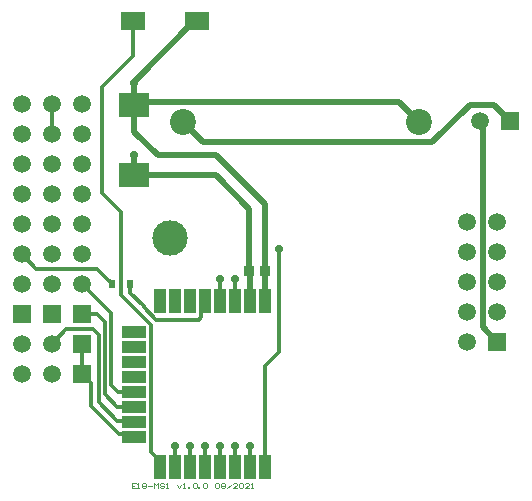
<source format=gtl>
G04*
G04 #@! TF.GenerationSoftware,Altium Limited,Altium Designer,21.6.1 (37)*
G04*
G04 Layer_Physical_Order=1*
G04 Layer_Color=255*
%FSLAX24Y24*%
%MOIN*%
G70*
G04*
G04 #@! TF.SameCoordinates,F7370176-FC0D-4E3A-AC5E-E6B851427DC4*
G04*
G04*
G04 #@! TF.FilePolarity,Positive*
G04*
G01*
G75*
%ADD12C,0.0039*%
%ADD28R,0.0787X0.0630*%
%ADD29R,0.1004X0.0787*%
%ADD30R,0.0354X0.0335*%
%ADD31R,0.0394X0.0787*%
%ADD32R,0.0787X0.0394*%
%ADD33R,0.0236X0.0315*%
%ADD34C,0.0197*%
%ADD35C,0.0118*%
%ADD36C,0.0591*%
%ADD37R,0.0591X0.0591*%
%ADD38C,0.0866*%
%ADD39R,0.0591X0.0591*%
%ADD40C,0.1181*%
%ADD41C,0.0276*%
D12*
X4492Y315D02*
X4361D01*
Y118D01*
X4492D01*
X4361Y216D02*
X4426D01*
X4558Y118D02*
X4623D01*
X4590D01*
Y315D01*
X4558Y282D01*
X4722D02*
X4754Y315D01*
X4820D01*
X4853Y282D01*
Y249D01*
X4820Y216D01*
X4853Y184D01*
Y151D01*
X4820Y118D01*
X4754D01*
X4722Y151D01*
Y184D01*
X4754Y216D01*
X4722Y249D01*
Y282D01*
X4754Y216D02*
X4820D01*
X4918D02*
X5050D01*
X5115Y118D02*
Y315D01*
X5181Y249D01*
X5246Y315D01*
Y118D01*
X5443Y282D02*
X5410Y315D01*
X5345D01*
X5312Y282D01*
Y249D01*
X5345Y216D01*
X5410D01*
X5443Y184D01*
Y151D01*
X5410Y118D01*
X5345D01*
X5312Y151D01*
X5509Y118D02*
X5574D01*
X5542D01*
Y315D01*
X5509Y282D01*
X5870Y249D02*
X5935Y118D01*
X6001Y249D01*
X6066Y118D02*
X6132D01*
X6099D01*
Y315D01*
X6066Y282D01*
X6230Y118D02*
Y151D01*
X6263D01*
Y118D01*
X6230D01*
X6394Y282D02*
X6427Y315D01*
X6493D01*
X6526Y282D01*
Y151D01*
X6493Y118D01*
X6427D01*
X6394Y151D01*
Y282D01*
X6591Y118D02*
Y151D01*
X6624D01*
Y118D01*
X6591D01*
X6755Y282D02*
X6788Y315D01*
X6854D01*
X6886Y282D01*
Y151D01*
X6854Y118D01*
X6788D01*
X6755Y151D01*
Y282D01*
X7149D02*
X7182Y315D01*
X7247D01*
X7280Y282D01*
Y151D01*
X7247Y118D01*
X7182D01*
X7149Y151D01*
Y282D01*
X7345D02*
X7378Y315D01*
X7444D01*
X7477Y282D01*
Y249D01*
X7444Y216D01*
X7477Y184D01*
Y151D01*
X7444Y118D01*
X7378D01*
X7345Y151D01*
Y184D01*
X7378Y216D01*
X7345Y249D01*
Y282D01*
X7378Y216D02*
X7444D01*
X7542Y118D02*
X7673Y249D01*
X7870Y118D02*
X7739D01*
X7870Y249D01*
Y282D01*
X7837Y315D01*
X7772D01*
X7739Y282D01*
X7936D02*
X7969Y315D01*
X8034D01*
X8067Y282D01*
Y151D01*
X8034Y118D01*
X7969D01*
X7936Y151D01*
Y282D01*
X8264Y118D02*
X8133D01*
X8264Y249D01*
Y282D01*
X8231Y315D01*
X8165D01*
X8133Y282D01*
X8329Y118D02*
X8395D01*
X8362D01*
Y315D01*
X8329Y282D01*
D28*
X6535Y15709D02*
D03*
X4409D02*
D03*
D29*
X4449Y10551D02*
D03*
Y12913D02*
D03*
D30*
X8799Y7362D02*
D03*
X8287D02*
D03*
D31*
X8819Y6378D02*
D03*
X8319D02*
D03*
X7819D02*
D03*
X7319D02*
D03*
X6819D02*
D03*
X6319D02*
D03*
X5819D02*
D03*
X5319Y827D02*
D03*
X5819D02*
D03*
X6319D02*
D03*
X6819D02*
D03*
X7319D02*
D03*
X7819D02*
D03*
X8319D02*
D03*
X8819D02*
D03*
X5319Y6378D02*
D03*
D32*
X4429Y5346D02*
D03*
Y4846D02*
D03*
Y4346D02*
D03*
Y3846D02*
D03*
Y3346D02*
D03*
Y2846D02*
D03*
Y2346D02*
D03*
Y1846D02*
D03*
D33*
X3711Y6929D02*
D03*
X4321D02*
D03*
D34*
X4449Y12992D02*
Y13622D01*
X16060Y12053D02*
X16063Y12050D01*
X16060Y12053D02*
Y12287D01*
X15984Y12362D02*
X16060Y12287D01*
X16063Y5496D02*
Y12050D01*
Y5496D02*
X16551Y5008D01*
X6732Y11654D02*
X14370D01*
X15630Y12913D02*
X16433D01*
X14370Y11654D02*
X15630Y12913D01*
X16433D02*
X16984Y12362D01*
X4449Y12913D02*
Y12992D01*
X4464Y13716D02*
X6457Y15709D01*
X4464Y13637D02*
Y13716D01*
X6457Y15709D02*
X6535D01*
X4449Y13622D02*
X4464Y13637D01*
X13268Y12992D02*
X13937Y12323D01*
X4528Y12992D02*
X13268D01*
X4449Y12913D02*
X4528Y12992D01*
X6063Y12323D02*
X6732Y11654D01*
X8319Y6378D02*
Y7335D01*
X7165Y11220D02*
X8799Y9587D01*
X4449Y12008D02*
X5236Y11220D01*
X7165D01*
X4449Y10551D02*
Y11212D01*
X4453Y11217D01*
X4449Y12008D02*
Y12913D01*
X8799Y7362D02*
Y9587D01*
Y7362D02*
X8819Y7343D01*
Y6378D02*
Y7343D01*
X8287Y7362D02*
Y9429D01*
X4449Y10551D02*
X7165D01*
X8287Y9429D01*
X13937Y12323D02*
X13957Y12343D01*
D35*
X1693Y11937D02*
Y12937D01*
X4409Y14528D02*
Y15709D01*
X3386Y13504D02*
X4409Y14528D01*
X1189Y7441D02*
X3199D01*
X693Y7937D02*
X1189Y7441D01*
X3199D02*
X3612Y7028D01*
X3711Y6929D02*
Y6969D01*
X3652Y7028D02*
X3711Y6969D01*
X3612Y7028D02*
X3652D01*
X3386Y9961D02*
Y13504D01*
Y9961D02*
X4016Y9331D01*
Y6575D02*
Y9331D01*
X6683Y5817D02*
Y6242D01*
X6819Y6378D01*
X6614Y5748D02*
X6683Y5817D01*
X5190Y5748D02*
X6614D01*
X4761Y6177D02*
Y6184D01*
Y6177D02*
X5190Y5748D01*
X4321Y6624D02*
Y6929D01*
Y6624D02*
X4761Y6184D01*
X5012Y1331D02*
Y5579D01*
X4016Y6575D02*
X5012Y5579D01*
X9291Y4665D02*
Y8110D01*
X8819Y827D02*
Y4193D01*
X9291Y4665D01*
X1693Y4937D02*
X2189Y5433D01*
X3071D01*
X7319Y6378D02*
Y7087D01*
X7819Y6378D02*
Y7087D01*
X3888Y2372D02*
X4404D01*
X3268Y2992D02*
X3888Y2372D01*
X3268Y2992D02*
Y5236D01*
X5012Y1331D02*
X5319Y1024D01*
Y827D02*
Y1024D01*
X8319Y827D02*
Y1535D01*
X7819Y827D02*
Y1535D01*
X7319Y827D02*
Y1535D01*
X6819Y827D02*
Y1535D01*
X6319Y827D02*
Y1535D01*
X5819Y827D02*
Y1535D01*
X3927Y1939D02*
X4337D01*
X2992Y2874D02*
X3927Y1939D01*
X2992Y2874D02*
Y3638D01*
X4337Y1939D02*
X4429Y1846D01*
X4404Y2372D02*
X4429Y2346D01*
X3220Y5937D02*
X3483Y5674D01*
X3888Y2846D02*
X4429D01*
X3483Y3251D02*
Y5674D01*
Y3251D02*
X3888Y2846D01*
X2693Y6937D02*
X3661Y5968D01*
Y3583D02*
X3898Y3346D01*
X3661Y3583D02*
Y5968D01*
X3898Y3346D02*
X4429D01*
X2693Y5937D02*
X3220D01*
X2693Y3937D02*
X2992Y3638D01*
X2693Y3937D02*
Y4937D01*
X3071Y5433D02*
X3268Y5236D01*
D36*
X15551Y9008D02*
D03*
X16551D02*
D03*
X15551Y8008D02*
D03*
X16551D02*
D03*
X15551Y7008D02*
D03*
X16551D02*
D03*
X15551Y6008D02*
D03*
X16551D02*
D03*
X15551Y5008D02*
D03*
X1693Y12937D02*
D03*
Y11937D02*
D03*
Y10937D02*
D03*
Y9937D02*
D03*
Y8937D02*
D03*
Y7937D02*
D03*
Y6937D02*
D03*
X2693Y12937D02*
D03*
Y11937D02*
D03*
Y10937D02*
D03*
Y9937D02*
D03*
Y8937D02*
D03*
Y7937D02*
D03*
Y6937D02*
D03*
X693Y12937D02*
D03*
Y11937D02*
D03*
Y10937D02*
D03*
Y9937D02*
D03*
Y8937D02*
D03*
Y7937D02*
D03*
Y6937D02*
D03*
X1693Y4937D02*
D03*
X693D02*
D03*
X1693Y3937D02*
D03*
X693D02*
D03*
X15984Y12362D02*
D03*
D37*
X16551Y5008D02*
D03*
X1693Y5937D02*
D03*
X2693D02*
D03*
X693D02*
D03*
D38*
X13937Y12323D02*
D03*
X6063D02*
D03*
D39*
X2693Y4937D02*
D03*
Y3937D02*
D03*
X16984Y12362D02*
D03*
D40*
X5630Y8465D02*
D03*
D41*
X4449Y13622D02*
D03*
X4453Y11217D02*
D03*
X9291Y8110D02*
D03*
X7319Y7087D02*
D03*
X7819D02*
D03*
X8319Y1535D02*
D03*
X7819D02*
D03*
X7319D02*
D03*
X6819D02*
D03*
X6319D02*
D03*
X5819D02*
D03*
M02*

</source>
